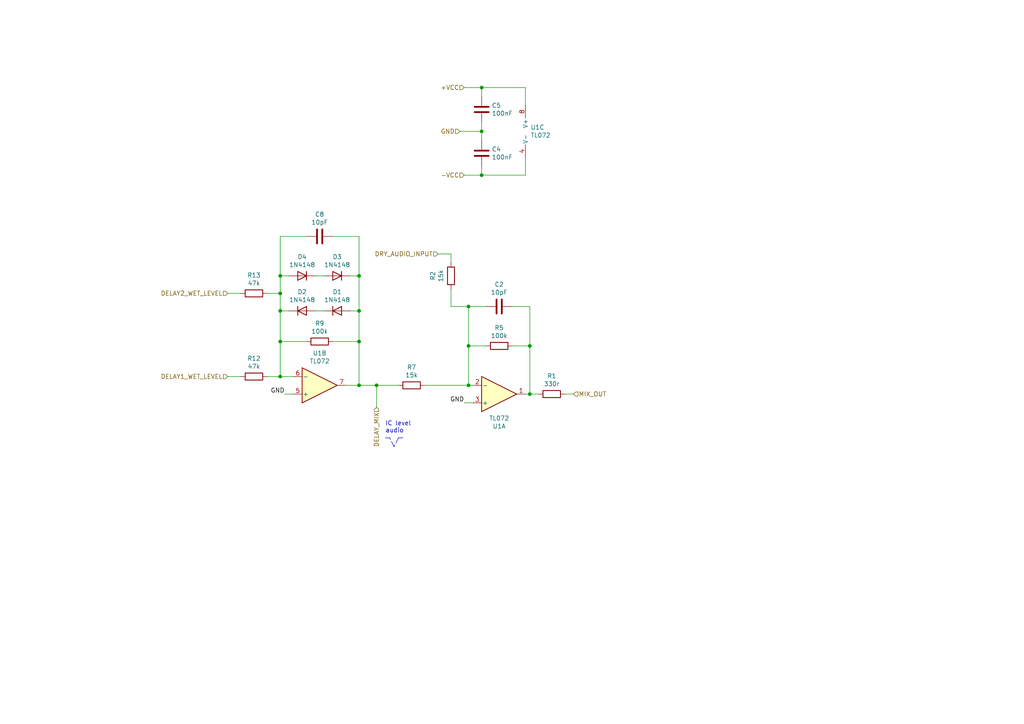
<source format=kicad_sch>
(kicad_sch (version 20211123) (generator eeschema)
  (paper "A4")
  (lib_symbols
    (symbol "Amplifier_Operational:TL072" (pin_names (offset 0.127))
      (property "Reference" "U" (at 0 5.08 0))
      (property "Value" "TL072" (at 0 -5.08 0))
      (symbol "TL072_1_1"
        (polyline (pts (xy -5.08 5.08) (xy 5.08 0) (xy -5.08 -5.08) (xy -5.08 5.08)) (stroke (width 0.254)) (fill (type background)))
        (pin output line (at 7.62 0 180) (length 2.54) (name "~") (number "1"))
        (pin input line (at -7.62 -2.54 0) (length 2.54) (name "-") (number "2"))
        (pin input line (at -7.62 2.54 0) (length 2.54) (name "+") (number "3"))
      )
      (symbol "TL072_2_1"
        (polyline (pts (xy -5.08 5.08) (xy 5.08 0) (xy -5.08 -5.08) (xy -5.08 5.08)) (stroke (width 0.254)) (fill (type background)))
        (pin input line (at -7.62 2.54 0) (length 2.54) (name "+") (number "5"))
        (pin input line (at -7.62 -2.54 0) (length 2.54) (name "-") (number "6"))
        (pin output line (at 7.62 0 180) (length 2.54) (name "~") (number "7"))
      )
      (symbol "TL072_3_1"
        (pin power_in line (at -2.54 -7.62 90) (length 3.81) (name "V-") (number "4"))
        (pin power_in line (at -2.54 7.62 270) (length 3.81) (name "V+") (number "8"))
      )
    )
    (symbol "Device:C" (pin_numbers hide) (pin_names (offset 0.254))
      (property "Reference" "C" (at 0.635 2.54 0))
      (property "Value" "C" (at 0.635 -2.54 0))
      (symbol "C_0_1"
        (polyline (pts (xy -2.032 -0.762) (xy 2.032 -0.762)) (stroke (width 0.508)))
        (polyline (pts (xy -2.032 0.762) (xy 2.032 0.762)) (stroke (width 0.508)))
      )
      (symbol "C_1_1"
        (pin passive line (at 0 3.81 270) (length 2.794) (name "~") (number "1"))
        (pin passive line (at 0 -3.81 90) (length 2.794) (name "~") (number "2"))
      )
    )
    (symbol "Device:D" (pin_numbers hide) (pin_names (offset 1.016) hide)
      (property "Reference" "D" (at 0 2.54 0))
      (property "Value" "D" (at 0 -2.54 0))
      (symbol "D_0_1"
        (polyline (pts (xy -1.27 1.27) (xy -1.27 -1.27)) (stroke (width 0.254)))
        (polyline (pts (xy 1.27 0) (xy -1.27 0)))
        (polyline (pts (xy 1.27 1.27) (xy 1.27 -1.27) (xy -1.27 0) (xy 1.27 1.27)) (stroke (width 0.254)))
      )
      (symbol "D_1_1"
        (pin passive line (at -3.81 0 0) (length 2.54) (name "K") (number "1"))
        (pin passive line (at 3.81 0 180) (length 2.54) (name "A") (number "2"))
      )
    )
    (symbol "Device:R" (pin_numbers hide) (pin_names (offset 0))
      (property "Reference" "R" (at 2.032 0 90))
      (property "Value" "R" (at 0 0 90))
      (symbol "R_0_1"
        (rectangle (start -1.016 -2.54) (end 1.016 2.54) (stroke (width 0.254)))
      )
      (symbol "R_1_1"
        (pin passive line (at 0 3.81 270) (length 1.27) (name "~") (number "1"))
        (pin passive line (at 0 -3.81 90) (length 1.27) (name "~") (number "2"))
      )
    )
  )
  (junction (at 104.14 90.17))
  (junction (at 104.14 111.76))
  (junction (at 104.14 99.06))
  (junction (at 139.7 25.4))
  (junction (at 153.67 100.33))
  (junction (at 139.7 50.8))
  (junction (at 153.67 114.3))
  (junction (at 81.28 99.06))
  (junction (at 81.28 85.09))
  (junction (at 135.89 111.76))
  (junction (at 109.22 111.76))
  (junction (at 135.89 100.33))
  (junction (at 104.14 80.01))
  (junction (at 81.28 80.01))
  (junction (at 81.28 109.22))
  (junction (at 139.7 38.1))
  (junction (at 81.28 90.17))
  (junction (at 135.89 88.9))
  (wire (pts (xy 135.89 100.33) (xy 135.89 111.76)))
  (wire (pts (xy 104.14 90.17) (xy 104.14 99.06)))
  (wire (pts (xy 134.62 25.4) (xy 139.7 25.4)))
  (wire (pts (xy 81.28 99.06) (xy 81.28 109.22)))
  (wire (pts (xy 130.81 73.66) (xy 130.81 76.2)))
  (wire (pts (xy 96.52 68.58) (xy 104.14 68.58)))
  (wire (pts (xy 139.7 38.1) (xy 139.7 35.56)))
  (wire (pts (xy 109.22 111.76) (xy 109.22 118.11)))
  (wire (pts (xy 66.04 109.22) (xy 69.85 109.22)))
  (polyline (pts (xy 116.84 127) (xy 115.57 127)))
  (wire (pts (xy 77.47 109.22) (xy 81.28 109.22)))
  (wire (pts (xy 104.14 99.06) (xy 104.14 111.76)))
  (wire (pts (xy 81.28 109.22) (xy 85.09 109.22)))
  (wire (pts (xy 85.09 114.3) (xy 82.55 114.3)))
  (polyline (pts (xy 115.57 127) (xy 114.3 129.54)))
  (wire (pts (xy 91.44 90.17) (xy 93.98 90.17)))
  (wire (pts (xy 101.6 90.17) (xy 104.14 90.17)))
  (wire (pts (xy 130.81 73.66) (xy 127 73.66)))
  (wire (pts (xy 81.28 80.01) (xy 83.82 80.01)))
  (wire (pts (xy 81.28 80.01) (xy 81.28 85.09)))
  (wire (pts (xy 109.22 111.76) (xy 115.57 111.76)))
  (wire (pts (xy 81.28 68.58) (xy 81.28 80.01)))
  (wire (pts (xy 130.81 88.9) (xy 135.89 88.9)))
  (wire (pts (xy 152.4 114.3) (xy 153.67 114.3)))
  (polyline (pts (xy 113.03 127) (xy 111.76 127)))
  (wire (pts (xy 153.67 114.3) (xy 153.67 100.33)))
  (wire (pts (xy 153.67 114.3) (xy 156.21 114.3)))
  (wire (pts (xy 91.44 80.01) (xy 93.98 80.01)))
  (wire (pts (xy 139.7 25.4) (xy 152.4 25.4)))
  (wire (pts (xy 139.7 50.8) (xy 139.7 48.26)))
  (wire (pts (xy 152.4 45.72) (xy 152.4 50.8)))
  (wire (pts (xy 134.62 50.8) (xy 139.7 50.8)))
  (wire (pts (xy 139.7 25.4) (xy 139.7 27.94)))
  (wire (pts (xy 137.16 111.76) (xy 135.89 111.76)))
  (wire (pts (xy 83.82 90.17) (xy 81.28 90.17)))
  (wire (pts (xy 77.47 85.09) (xy 81.28 85.09)))
  (wire (pts (xy 123.19 111.76) (xy 135.89 111.76)))
  (wire (pts (xy 163.83 114.3) (xy 166.37 114.3)))
  (wire (pts (xy 137.16 116.84) (xy 134.62 116.84)))
  (wire (pts (xy 140.97 100.33) (xy 135.89 100.33)))
  (wire (pts (xy 152.4 25.4) (xy 152.4 30.48)))
  (wire (pts (xy 133.35 38.1) (xy 139.7 38.1)))
  (wire (pts (xy 135.89 88.9) (xy 140.97 88.9)))
  (wire (pts (xy 88.9 68.58) (xy 81.28 68.58)))
  (wire (pts (xy 135.89 88.9) (xy 135.89 100.33)))
  (wire (pts (xy 66.04 85.09) (xy 69.85 85.09)))
  (wire (pts (xy 139.7 50.8) (xy 152.4 50.8)))
  (wire (pts (xy 104.14 111.76) (xy 109.22 111.76)))
  (wire (pts (xy 81.28 90.17) (xy 81.28 99.06)))
  (wire (pts (xy 81.28 85.09) (xy 81.28 90.17)))
  (wire (pts (xy 148.59 88.9) (xy 153.67 88.9)))
  (wire (pts (xy 101.6 80.01) (xy 104.14 80.01)))
  (wire (pts (xy 100.33 111.76) (xy 104.14 111.76)))
  (wire (pts (xy 153.67 100.33) (xy 148.59 100.33)))
  (wire (pts (xy 130.81 83.82) (xy 130.81 88.9)))
  (polyline (pts (xy 114.3 129.54) (xy 113.03 127)))
  (wire (pts (xy 104.14 80.01) (xy 104.14 90.17)))
  (wire (pts (xy 153.67 88.9) (xy 153.67 100.33)))
  (wire (pts (xy 104.14 68.58) (xy 104.14 80.01)))
  (wire (pts (xy 88.9 99.06) (xy 81.28 99.06)))
  (wire (pts (xy 139.7 40.64) (xy 139.7 38.1)))
  (wire (pts (xy 96.52 99.06) (xy 104.14 99.06)))
  (text "IC level\naudio" (at 111.76 125.73 0) (effects (font (size 1.27 1.27)) (justify left bottom)))
  (label "GND" (at 134.62 116.84 180))
  (label "GND" (at 82.55 114.3 180))
  (hierarchical_label "GND" (shape input) (at 133.35 38.1 180))
  (hierarchical_label "DELAY1_WET_LEVEL" (shape input) (at 66.04 109.22 180))
  (hierarchical_label "DELAY2_WET_LEVEL" (shape input) (at 66.04 85.09 180))
  (hierarchical_label "MIX_OUT" (shape input) (at 166.37 114.3 0))
  (hierarchical_label "DRY_AUDIO_INPUT" (shape input) (at 127 73.66 180))
  (hierarchical_label "-VCC" (shape input) (at 134.62 50.8 180))
  (hierarchical_label "DELAY_MIX" (shape input) (at 109.22 118.11 270))
  (hierarchical_label "+VCC" (shape input) (at 134.62 25.4 180))
  (symbol (lib_id "Device:C") (at 92.71 68.58 270) (unit 1)
    (property "Reference" "C8" (at 92.71 62.1792 90))
    (property "Value" "10pF" (at 92.71 64.4906 90))
    (property "Footprint" "Rumblesan_Footprints:C_Rect_L7.0mm_W3.5mm_P5.00mm" (effects hide))
  )
  (symbol (lib_id "Device:R") (at 119.38 111.76 270) (unit 1)
    (property "Reference" "R7" (at 119.38 106.5022 90))
    (property "Value" "15k" (at 119.38 108.8136 90))
    (property "Footprint" "Rumblesan_Footprints:Resistor_THT_L6.3mm_D2.5mm_P10.16mm_Horizontal" (effects hide))
  )
  (symbol (lib_id "Device:R") (at 144.78 100.33 270) (unit 1)
    (property "Reference" "R5" (at 144.78 95.0722 90))
    (property "Value" "100k" (at 144.78 97.3836 90))
    (property "Footprint" "Rumblesan_Footprints:Resistor_THT_L6.3mm_D2.5mm_P10.16mm_Horizontal" (effects hide))
  )
  (symbol (lib_id "Device:C") (at 144.78 88.9 270) (unit 1)
    (property "Reference" "C2" (at 144.78 82.4992 90))
    (property "Value" "10pF" (at 144.78 84.8106 90))
    (property "Footprint" "Rumblesan_Footprints:C_Rect_L7.0mm_W3.5mm_P5.00mm" (effects hide))
  )
  (symbol (lib_id "Device:R") (at 160.02 114.3 270) (unit 1)
    (property "Reference" "R1" (at 160.02 109.0422 90))
    (property "Value" "330r" (at 160.02 111.3536 90))
    (property "Footprint" "Rumblesan_Footprints:Resistor_THT_L6.3mm_D2.5mm_P10.16mm_Horizontal" (effects hide))
  )
  (symbol (lib_id "Device:R") (at 130.81 80.01 0) (unit 1)
    (property "Reference" "R2" (at 125.5522 80.01 90))
    (property "Value" "15k" (at 127.8636 80.01 90))
    (property "Footprint" "Rumblesan_Footprints:Resistor_THT_L6.3mm_D2.5mm_P10.16mm_Horizontal" (effects hide))
  )
  (symbol (lib_id "Amplifier_Operational:TL072") (at 144.78 114.3 0) (mirror x) (unit 1)
    (property "Reference" "U1" (at 144.78 123.6218 0))
    (property "Value" "TL072" (at 144.78 121.3104 0))
    (property "Footprint" "Rumblesan_Footprints:DIP-8_W7.62mm_Socket" (effects hide))
    (property "Datasheet" "http://www.ti.com/lit/ds/symlink/tl071.pdf" (effects hide))
  )
  (symbol (lib_id "Device:D") (at 97.79 80.01 180) (unit 1)
    (property "Reference" "D3" (at 97.79 74.4982 0))
    (property "Value" "1N4148" (at 97.79 76.8096 0))
    (property "Footprint" "Rumblesan_Footprints:Diode_THT_P7.62mm_Horizontal" (effects hide))
  )
  (symbol (lib_id "Device:D") (at 87.63 80.01 180) (unit 1)
    (property "Reference" "D4" (at 87.63 74.4982 0))
    (property "Value" "1N4148" (at 87.63 76.8096 0))
    (property "Footprint" "Rumblesan_Footprints:Diode_THT_P7.62mm_Horizontal" (effects hide))
  )
  (symbol (lib_id "Device:D") (at 97.79 90.17 0) (unit 1)
    (property "Reference" "D1" (at 97.79 84.6582 0))
    (property "Value" "1N4148" (at 97.79 86.9696 0))
    (property "Footprint" "Rumblesan_Footprints:Diode_THT_P7.62mm_Horizontal" (effects hide))
  )
  (symbol (lib_id "Device:D") (at 87.63 90.17 0) (unit 1)
    (property "Reference" "D2" (at 87.63 84.6582 0))
    (property "Value" "1N4148" (at 87.63 86.9696 0))
    (property "Footprint" "Rumblesan_Footprints:Diode_THT_P7.62mm_Horizontal" (effects hide))
  )
  (symbol (lib_id "Device:R") (at 92.71 99.06 270) (unit 1)
    (property "Reference" "R9" (at 92.71 93.8022 90))
    (property "Value" "100k" (at 92.71 96.1136 90))
    (property "Footprint" "Rumblesan_Footprints:Resistor_THT_L6.3mm_D2.5mm_P10.16mm_Horizontal" (effects hide))
  )
  (symbol (lib_id "Device:R") (at 73.66 85.09 270) (unit 1)
    (property "Reference" "R13" (at 73.66 79.8322 90))
    (property "Value" "47k" (at 73.66 82.1436 90))
    (property "Footprint" "Rumblesan_Footprints:Resistor_THT_L6.3mm_D2.5mm_P10.16mm_Horizontal" (effects hide))
  )
  (symbol (lib_id "Device:R") (at 73.66 109.22 270) (unit 1)
    (property "Reference" "R12" (at 73.66 103.9622 90))
    (property "Value" "47k" (at 73.66 106.2736 90))
    (property "Footprint" "Rumblesan_Footprints:Resistor_THT_L6.3mm_D2.5mm_P10.16mm_Horizontal" (effects hide))
  )
  (symbol (lib_id "Amplifier_Operational:TL072") (at 92.71 111.76 0) (mirror x) (unit 2)
    (property "Reference" "U1" (at 92.71 102.4382 0))
    (property "Value" "TL072" (at 92.71 104.7496 0))
    (property "Footprint" "Rumblesan_Footprints:DIP-8_W7.62mm_Socket" (effects hide))
    (property "Datasheet" "http://www.ti.com/lit/ds/symlink/tl071.pdf" (effects hide))
  )
  (symbol (lib_id "Device:C") (at 139.7 31.75 180) (unit 1)
    (property "Reference" "C5" (at 142.621 30.5816 0) (effects (justify right)))
    (property "Value" "100nF" (at 142.621 32.893 0) (effects (justify right)))
    (property "Footprint" "Rumblesan_Footprints:C_Rect_L7.0mm_W3.5mm_P5.00mm" (effects hide))
  )
  (symbol (lib_id "Device:C") (at 139.7 44.45 180) (unit 1)
    (property "Reference" "C4" (at 142.621 43.2816 0) (effects (justify right)))
    (property "Value" "100nF" (at 142.621 45.593 0) (effects (justify right)))
    (property "Footprint" "Rumblesan_Footprints:C_Rect_L7.0mm_W3.5mm_P5.00mm" (effects hide))
  )
  (symbol (lib_id "Amplifier_Operational:TL072") (at 154.94 38.1 0) (unit 3)
    (property "Reference" "U1" (at 153.8732 36.9316 0) (effects (justify left)))
    (property "Value" "TL072" (at 153.8732 39.243 0) (effects (justify left)))
    (property "Footprint" "Rumblesan_Footprints:DIP-8_W7.62mm_Socket" (effects hide))
    (property "Datasheet" "http://www.ti.com/lit/ds/symlink/tl071.pdf" (effects hide))
  )
)
</source>
